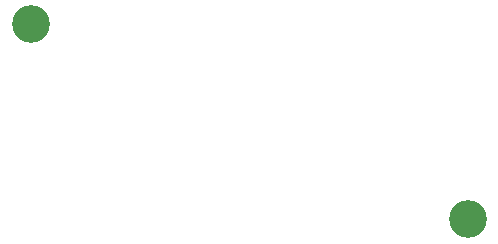
<source format=gbr>
%TF.GenerationSoftware,KiCad,Pcbnew,8.0.8*%
%TF.CreationDate,2025-02-03T14:11:02+01:00*%
%TF.ProjectId,ASS,4153532e-6b69-4636-9164-5f7063625858,rev?*%
%TF.SameCoordinates,PX5f5e100PY4c4b400*%
%TF.FileFunction,NonPlated,1,2,NPTH,Drill*%
%TF.FilePolarity,Positive*%
%FSLAX46Y46*%
G04 Gerber Fmt 4.6, Leading zero omitted, Abs format (unit mm)*
G04 Created by KiCad (PCBNEW 8.0.8) date 2025-02-03 14:11:02*
%MOMM*%
%LPD*%
G01*
G04 APERTURE LIST*
%TA.AperFunction,ComponentDrill*%
%ADD10C,3.200000*%
%TD*%
G04 APERTURE END LIST*
D10*
%TO.C,H1*%
X12000000Y20500000D03*
%TO.C,H2*%
X49000000Y4000000D03*
M02*

</source>
